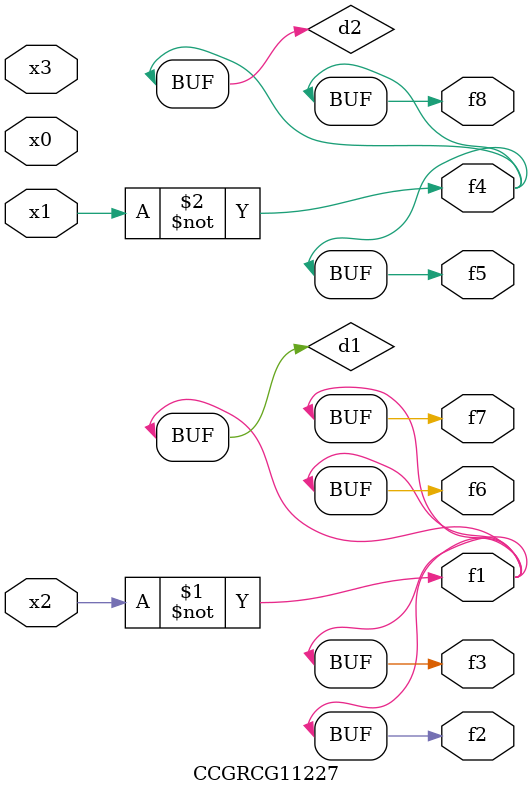
<source format=v>
module CCGRCG11227(
	input x0, x1, x2, x3,
	output f1, f2, f3, f4, f5, f6, f7, f8
);

	wire d1, d2;

	xnor (d1, x2);
	not (d2, x1);
	assign f1 = d1;
	assign f2 = d1;
	assign f3 = d1;
	assign f4 = d2;
	assign f5 = d2;
	assign f6 = d1;
	assign f7 = d1;
	assign f8 = d2;
endmodule

</source>
